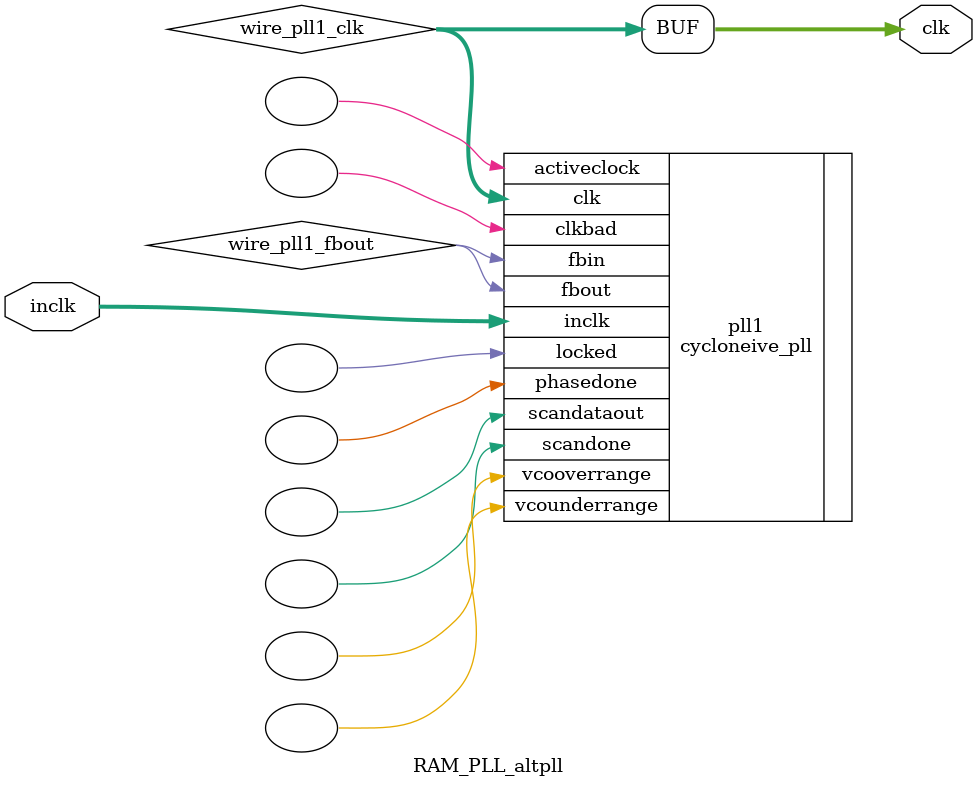
<source format=v>






//synthesis_resources = cycloneive_pll 1 
//synopsys translate_off
`timescale 1 ps / 1 ps
//synopsys translate_on
module  RAM_PLL_altpll
	( 
	clk,
	inclk) /* synthesis synthesis_clearbox=1 */;
	output   [4:0]  clk;
	input   [1:0]  inclk;
`ifndef ALTERA_RESERVED_QIS
// synopsys translate_off
`endif
	tri0   [1:0]  inclk;
`ifndef ALTERA_RESERVED_QIS
// synopsys translate_on
`endif

	wire  [4:0]   wire_pll1_clk;
	wire  wire_pll1_fbout;

	cycloneive_pll   pll1
	( 
	.activeclock(),
	.clk(wire_pll1_clk),
	.clkbad(),
	.fbin(wire_pll1_fbout),
	.fbout(wire_pll1_fbout),
	.inclk(inclk),
	.locked(),
	.phasedone(),
	.scandataout(),
	.scandone(),
	.vcooverrange(),
	.vcounderrange()
	`ifndef FORMAL_VERIFICATION
	// synopsys translate_off
	`endif
	,
	.areset(1'b0),
	.clkswitch(1'b0),
	.configupdate(1'b0),
	.pfdena(1'b1),
	.phasecounterselect({3{1'b0}}),
	.phasestep(1'b0),
	.phaseupdown(1'b0),
	.scanclk(1'b0),
	.scanclkena(1'b1),
	.scandata(1'b0)
	`ifndef FORMAL_VERIFICATION
	// synopsys translate_on
	`endif
	);
	defparam
		pll1.bandwidth_type = "auto",
		pll1.clk0_divide_by = 1,
		pll1.clk0_duty_cycle = 50,
		pll1.clk0_multiply_by = 2,
		pll1.clk0_phase_shift = "0",
		pll1.clk1_divide_by = 1,
		pll1.clk1_duty_cycle = 50,
		pll1.clk1_multiply_by = 2,
		pll1.clk1_phase_shift = "-3000",
		pll1.compensate_clock = "clk0",
		pll1.inclk0_input_frequency = 20000,
		pll1.operation_mode = "normal",
		pll1.pll_type = "auto",
		pll1.lpm_type = "cycloneive_pll";
	assign
		clk = {wire_pll1_clk[4:0]};
endmodule //RAM_PLL_altpll
//VALID FILE

</source>
